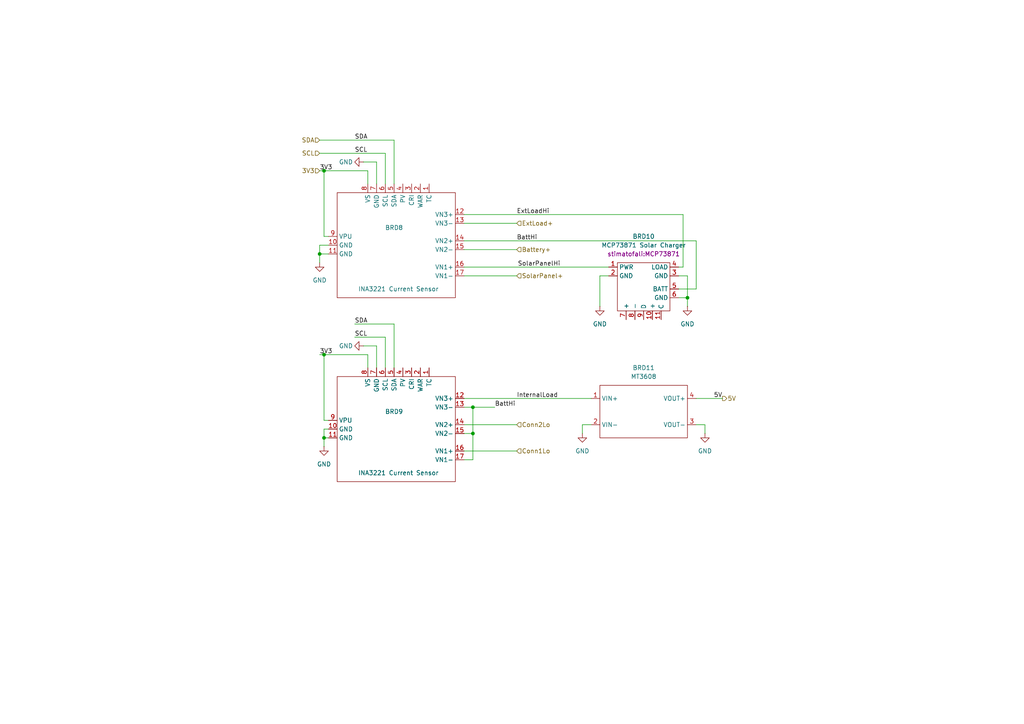
<source format=kicad_sch>
(kicad_sch (version 20250114) (generator "eeschema") (generator_version "9.0")
  (paper "A4")
  (lib_symbols
    (symbol "power:GND" (power) (pin_numbers (hide yes)) (pin_names (offset 0) (hide yes))
      (property "Value" "GND" (at 0 -3.81 0))
      (symbol "GND_0_1"
        (polyline (pts (xy 0 0) (xy 0 -1.27) (xy 1.27 -1.27) (xy 0 -2.54) (xy -1.27 -1.27) (xy 0 -1.27)))
      )
      (symbol "GND_1_1"
        (pin power_in line (at 0 0 270) (length 0) (name "~") (number "1"))
      )
    )
    (symbol "stimatofali:INA3221"
      (property "Reference" "BRD" (at 0.254 0.254 0))
      (property "Value" "INA3221 Current Sensor" (at 0 3.302 0))
      (symbol "INA3221_1_1"
        (rectangle (start -17.78 15.24) (end 16.51 -15.24))
        (pin output line (at -20.32 2.54 0) (length 2.54) (name "VPU") (number "9"))
        (pin output line (at -20.32 0 0) (length 2.54) (name "GND") (number "10"))
        (pin output line (at -20.32 -2.54 0) (length 2.54) (name "GND") (number "11"))
        (pin output line (at -8.89 17.78 270) (length 2.54) (name "VS") (number "8"))
        (pin output line (at -6.35 17.78 270) (length 2.54) (name "GND") (number "7"))
        (pin output line (at -3.81 17.78 270) (length 2.54) (name "SCL") (number "6"))
        (pin output line (at -1.27 17.78 270) (length 2.54) (name "SDA") (number "5"))
        (pin output line (at 1.27 17.78 270) (length 2.54) (name "PV") (number "4"))
        (pin output line (at 3.81 17.78 270) (length 2.54) (name "CRI") (number "3"))
        (pin output line (at 6.35 17.78 270) (length 2.54) (name "WAR") (number "2"))
        (pin output line (at 8.89 17.78 270) (length 2.54) (name "TC") (number "1"))
        (pin output line (at 19.05 8.89 180) (length 2.54) (name "VN3+") (number "12"))
        (pin output line (at 19.05 6.35 180) (length 2.54) (name "VN3-") (number "13"))
        (pin output line (at 19.05 1.27 180) (length 2.54) (name "VN2+") (number "14"))
        (pin output line (at 19.05 -1.27 180) (length 2.54) (name "VN2-") (number "15"))
        (pin output line (at 19.05 -6.35 180) (length 2.54) (name "VN1+") (number "16"))
        (pin output line (at 19.05 -8.89 180) (length 2.54) (name "VN1-") (number "17"))
      )
    )
    (symbol "stimatofali:MCP73871Board"
      (property "Reference" "BRD" (at 0 0 0))
      (property "Value" "MCP73871 Solar Charger" (at 0.508 7.874 0))
      (property "Footprint" "stimatofali:MCP73871" (at 0 0 0))
      (symbol "MCP73871Board_0_1"
        (rectangle (start -7.62 5.08) (end 7.62 -8.89))
      )
      (symbol "MCP73871Board_1_1"
        (pin power_in line (at -10.16 3.81 0) (length 2.54) (name "PWR") (number "1"))
        (pin power_in line (at -10.16 1.27 0) (length 2.54) (name "GND") (number "2"))
        (pin input line (at -5.08 -11.43 90) (length 2.54) (name "+") (number "7"))
        (pin input line (at -2.54 -11.43 90) (length 2.54) (name "-") (number "8"))
        (pin input line (at 0 -11.43 90) (length 2.54) (name "D") (number "9"))
        (pin input line (at 2.54 -11.43 90) (length 2.54) (name "+") (number "10"))
        (pin input line (at 5.08 -11.43 90) (length 2.54) (name "C") (number "11"))
        (pin power_in line (at 10.16 3.81 180) (length 2.54) (name "LOAD") (number "4"))
        (pin power_in line (at 10.16 1.27 180) (length 2.54) (name "GND") (number "3"))
        (pin power_in line (at 10.16 -2.54 180) (length 2.54) (name "BATT") (number "5"))
        (pin power_in line (at 10.16 -5.08 180) (length 2.54) (name "GND") (number "6"))
      )
    )
    (symbol "stimatofali:MT3608 Boost"
      (property "Reference" "BRD" (at 0 0 0))
      (property "Value" "MT3608" (at 0 3.302 0))
      (symbol "MT3608 Boost_0_1"
        (rectangle (start -12.7 7.62) (end 12.7 -7.62))
      )
      (symbol "MT3608 Boost_1_1"
        (pin output line (at -15.24 3.81 0) (length 2.54) (name "VOUT+") (number "4"))
        (pin output line (at -15.24 -3.81 0) (length 2.54) (name "VOUT-") (number "3"))
        (pin input line (at 15.24 3.81 180) (length 2.54) (name "VIN+") (number "1"))
        (pin output line (at 15.24 -3.81 180) (length 2.54) (name "VIN-") (number "2"))
      )
    )
  )
  (junction (at 199.39 86.36))
  (junction (at 93.98 127))
  (junction (at 137.16 125.73))
  (junction (at 93.98 49.53))
  (junction (at 92.71 73.66))
  (junction (at 137.16 118.11))
  (junction (at 93.98 102.87))
  (wire (pts (xy 114.3 93.98) (xy 114.3 106.68)))
  (wire (pts (xy 134.62 130.81) (xy 149.86 130.81)))
  (wire (pts (xy 93.98 121.92) (xy 95.25 121.92)))
  (wire (pts (xy 134.62 115.57) (xy 171.45 115.57)))
  (wire (pts (xy 201.93 69.85) (xy 201.93 83.82)))
  (wire (pts (xy 93.98 68.58) (xy 95.25 68.58)))
  (wire (pts (xy 102.87 93.98) (xy 114.3 93.98)))
  (wire (pts (xy 92.71 73.66) (xy 92.71 71.12)))
  (wire (pts (xy 201.93 123.19) (xy 204.47 123.19)))
  (wire (pts (xy 134.62 118.11) (xy 137.16 118.11)))
  (wire (pts (xy 92.71 40.64) (xy 114.3 40.64)))
  (wire (pts (xy 111.76 44.45) (xy 111.76 53.34)))
  (wire (pts (xy 93.98 102.87) (xy 106.68 102.87)))
  (wire (pts (xy 114.3 40.64) (xy 114.3 53.34)))
  (wire (pts (xy 134.62 69.85) (xy 201.93 69.85)))
  (wire (pts (xy 201.93 115.57) (xy 209.55 115.57)))
  (wire (pts (xy 92.71 71.12) (xy 95.25 71.12)))
  (wire (pts (xy 137.16 125.73) (xy 137.16 133.35)))
  (wire (pts (xy 137.16 118.11) (xy 143.51 118.11)))
  (wire (pts (xy 106.68 102.87) (xy 106.68 106.68)))
  (wire (pts (xy 111.76 97.79) (xy 111.76 106.68)))
  (wire (pts (xy 92.71 76.2) (xy 92.71 73.66)))
  (wire (pts (xy 134.62 80.01) (xy 149.86 80.01)))
  (wire (pts (xy 109.22 46.99) (xy 109.22 53.34)))
  (wire (pts (xy 171.45 123.19) (xy 168.91 123.19)))
  (wire (pts (xy 198.12 62.23) (xy 198.12 77.47)))
  (wire (pts (xy 134.62 64.77) (xy 149.86 64.77)))
  (wire (pts (xy 92.71 44.45) (xy 111.76 44.45)))
  (wire (pts (xy 134.62 123.19) (xy 149.86 123.19)))
  (wire (pts (xy 93.98 127) (xy 95.25 127)))
  (wire (pts (xy 134.62 62.23) (xy 198.12 62.23)))
  (wire (pts (xy 199.39 80.01) (xy 199.39 86.36)))
  (wire (pts (xy 106.68 49.53) (xy 106.68 53.34)))
  (wire (pts (xy 93.98 49.53) (xy 93.98 68.58)))
  (wire (pts (xy 105.41 100.33) (xy 109.22 100.33)))
  (wire (pts (xy 199.39 86.36) (xy 199.39 88.9)))
  (wire (pts (xy 134.62 72.39) (xy 149.86 72.39)))
  (wire (pts (xy 93.98 124.46) (xy 95.25 124.46)))
  (wire (pts (xy 92.71 102.87) (xy 93.98 102.87)))
  (wire (pts (xy 92.71 73.66) (xy 95.25 73.66)))
  (wire (pts (xy 173.99 88.9) (xy 173.99 80.01)))
  (wire (pts (xy 173.99 80.01) (xy 176.53 80.01)))
  (wire (pts (xy 204.47 123.19) (xy 204.47 125.73)))
  (wire (pts (xy 109.22 100.33) (xy 109.22 106.68)))
  (wire (pts (xy 93.98 127) (xy 93.98 124.46)))
  (wire (pts (xy 92.71 49.53) (xy 93.98 49.53)))
  (wire (pts (xy 93.98 49.53) (xy 106.68 49.53)))
  (wire (pts (xy 105.41 46.99) (xy 109.22 46.99)))
  (wire (pts (xy 201.93 83.82) (xy 196.85 83.82)))
  (wire (pts (xy 134.62 77.47) (xy 176.53 77.47)))
  (wire (pts (xy 93.98 102.87) (xy 93.98 121.92)))
  (wire (pts (xy 168.91 123.19) (xy 168.91 125.73)))
  (wire (pts (xy 93.98 129.54) (xy 93.98 127)))
  (wire (pts (xy 137.16 118.11) (xy 137.16 125.73)))
  (wire (pts (xy 102.87 97.79) (xy 111.76 97.79)))
  (wire (pts (xy 134.62 125.73) (xy 137.16 125.73)))
  (wire (pts (xy 196.85 86.36) (xy 199.39 86.36)))
  (wire (pts (xy 198.12 77.47) (xy 196.85 77.47)))
  (wire (pts (xy 196.85 80.01) (xy 199.39 80.01)))
  (wire (pts (xy 134.62 133.35) (xy 137.16 133.35)))
  (label "InternalLoad" (at 149.86 115.57 0))
  (label "SDA" (at 102.87 93.98 0))
  (label "BattHi" (at 143.51 118.11 0))
  (label "SCL" (at 102.87 97.79 0))
  (label "ExtLoadHi" (at 149.86 62.23 0))
  (label "SolarPanelHi" (at 162.56 77.47 180))
  (label "BattHi" (at 149.86 69.85 0))
  (label "3V3" (at 92.71 49.53 0))
  (label "3V3" (at 92.71 102.87 0))
  (label "5V" (at 207.01 115.57 0))
  (label "SDA" (at 102.87 40.64 0))
  (label "SCL" (at 102.87 44.45 0))
  (hierarchical_label "3V3" (shape input) (at 92.71 49.53 180))
  (hierarchical_label "5V" (shape output) (at 209.55 115.57 0))
  (hierarchical_label "ExtLoad+" (shape input) (at 149.86 64.77 0))
  (hierarchical_label "Conn1Lo" (shape input) (at 149.86 130.81 0))
  (hierarchical_label "Conn2Lo" (shape input) (at 149.86 123.19 0))
  (hierarchical_label "SDA" (shape input) (at 92.71 40.64 180))
  (hierarchical_label "Battery+" (shape input) (at 149.86 72.39 0))
  (hierarchical_label "SCL" (shape input) (at 92.71 44.45 180))
  (hierarchical_label "SolarPanel+" (shape input) (at 149.86 80.01 0))
  (symbol (lib_id "power:GND") (at 105.41 46.99 270) (unit 1)
    (property "Reference" "#PWR011" (effects (hide yes)))
    (property "Value" "GND" (at 100.33 46.99 90))
    (property "Description" "Power symbol creates a global label with name \"GND\" , ground" (effects (hide yes)))
  )
  (symbol (lib_id "stimatofali:MCP73871Board") (at 186.69 81.28 0) (unit 1)
    (property "Reference" "BRD10" (at 186.69 68.58 0))
    (property "Value" "MCP73871 Solar Charger" (at 186.69 71.12 0))
    (property "Footprint" "stimatofali:MCP73871" (at 186.69 73.66 0))
  )
  (symbol (lib_id "stimatofali:INA3221") (at 115.57 124.46 0) (unit 1)
    (property "Reference" "BRD9" (at 114.3 119.38 0))
    (property "Value" "INA3221 Current Sensor" (at 115.57 137.16 0))
    (property "Footprint" "stimatofali:INA3221 Current Sensor" (effects (hide yes)))
  )
  (symbol (lib_id "power:GND") (at 204.47 125.73 0) (unit 1)
    (property "Reference" "#PWR014" (effects (hide yes)))
    (property "Value" "GND" (at 204.47 130.81 0))
    (property "Description" "Power symbol creates a global label with name \"GND\" , ground" (effects (hide yes)))
  )
  (symbol (lib_id "power:GND") (at 173.99 88.9 0) (unit 1)
    (property "Reference" "#PWR012" (effects (hide yes)))
    (property "Value" "GND" (at 173.99 93.98 0))
    (property "Description" "Power symbol creates a global label with name \"GND\" , ground" (effects (hide yes)))
  )
  (symbol (lib_id "power:GND") (at 105.41 100.33 270) (unit 1)
    (property "Reference" "#PWR028" (effects (hide yes)))
    (property "Value" "GND" (at 100.33 100.33 90))
    (property "Description" "Power symbol creates a global label with name \"GND\" , ground" (effects (hide yes)))
  )
  (symbol (lib_id "power:GND") (at 168.91 125.73 0) (unit 1)
    (property "Reference" "#PWR05" (effects (hide yes)))
    (property "Value" "GND" (at 168.91 130.81 0))
    (property "Description" "Power symbol creates a global label with name \"GND\" , ground" (effects (hide yes)))
  )
  (symbol (lib_id "stimatofali:INA3221") (at 115.57 71.12 0) (unit 1)
    (property "Reference" "BRD8" (at 114.3 66.04 0))
    (property "Value" "INA3221 Current Sensor" (at 115.57 83.82 0))
    (property "Footprint" "stimatofali:INA3221 Current Sensor" (effects (hide yes)))
  )
  (symbol (lib_id "power:GND") (at 92.71 76.2 0) (unit 1)
    (property "Reference" "#PWR09" (effects (hide yes)))
    (property "Value" "GND" (at 92.71 81.28 0))
    (property "Description" "Power symbol creates a global label with name \"GND\" , ground" (effects (hide yes)))
  )
  (symbol (lib_id "stimatofali:MT3608 Boost") (at 186.69 119.38 0) (mirror y) (unit 1)
    (property "Reference" "BRD11" (at 186.69 106.68 0))
    (property "Value" "MT3608" (at 186.69 109.22 0))
    (property "Footprint" "stimatofali:MT3608 Boost" (effects (hide yes)))
  )
  (symbol (lib_id "power:GND") (at 199.39 88.9 0) (unit 1)
    (property "Reference" "#PWR013" (effects (hide yes)))
    (property "Value" "GND" (at 199.39 93.98 0))
    (property "Description" "Power symbol creates a global label with name \"GND\" , ground" (effects (hide yes)))
  )
  (symbol (lib_id "power:GND") (at 93.98 129.54 0) (unit 1)
    (property "Reference" "#PWR027" (effects (hide yes)))
    (property "Value" "GND" (at 93.98 134.62 0))
    (property "Description" "Power symbol creates a global label with name \"GND\" , ground" (effects (hide yes)))
  )
)
</source>
